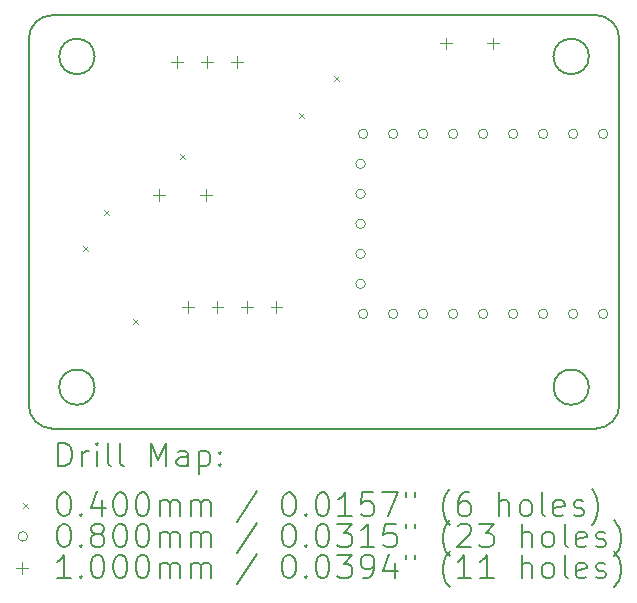
<source format=gbr>
%TF.GenerationSoftware,KiCad,Pcbnew,8.0.6*%
%TF.CreationDate,2024-12-13T00:51:44+01:00*%
%TF.ProjectId,ps2-tatacon-rp2040,7073322d-7461-4746-9163-6f6e2d727032,rev?*%
%TF.SameCoordinates,Original*%
%TF.FileFunction,Drillmap*%
%TF.FilePolarity,Positive*%
%FSLAX45Y45*%
G04 Gerber Fmt 4.5, Leading zero omitted, Abs format (unit mm)*
G04 Created by KiCad (PCBNEW 8.0.6) date 2024-12-13 00:51:44*
%MOMM*%
%LPD*%
G01*
G04 APERTURE LIST*
%ADD10C,0.200000*%
%ADD11C,0.100000*%
G04 APERTURE END LIST*
D10*
X2767500Y-2595000D02*
G75*
G02*
X2967500Y-2395000I200000J0D01*
G01*
X2967500Y-2395000D02*
X7567500Y-2395000D01*
X7767500Y-2595000D02*
X7767500Y-5695000D01*
X7567500Y-5895000D02*
X2967500Y-5895000D01*
X7767500Y-5695000D02*
G75*
G02*
X7567500Y-5895000I-200000J0D01*
G01*
X7567500Y-2395000D02*
G75*
G02*
X7767500Y-2595000I0J-200000D01*
G01*
X2967500Y-5895000D02*
G75*
G02*
X2767500Y-5695000I0J200000D01*
G01*
X2767500Y-5695000D02*
X2767500Y-2595000D01*
X7510000Y-5545000D02*
G75*
G02*
X7210000Y-5545000I-150000J0D01*
G01*
X7210000Y-5545000D02*
G75*
G02*
X7510000Y-5545000I150000J0D01*
G01*
X7510000Y-2745000D02*
G75*
G02*
X7210000Y-2745000I-150000J0D01*
G01*
X7210000Y-2745000D02*
G75*
G02*
X7510000Y-2745000I150000J0D01*
G01*
X3325000Y-5545000D02*
G75*
G02*
X3025000Y-5545000I-150000J0D01*
G01*
X3025000Y-5545000D02*
G75*
G02*
X3325000Y-5545000I150000J0D01*
G01*
X3325000Y-2745000D02*
G75*
G02*
X3025000Y-2745000I-150000J0D01*
G01*
X3025000Y-2745000D02*
G75*
G02*
X3325000Y-2745000I150000J0D01*
G01*
D11*
X3228750Y-4350000D02*
X3268750Y-4390000D01*
X3268750Y-4350000D02*
X3228750Y-4390000D01*
X3406250Y-4045000D02*
X3446250Y-4085000D01*
X3446250Y-4045000D02*
X3406250Y-4085000D01*
X3651250Y-4970000D02*
X3691250Y-5010000D01*
X3691250Y-4970000D02*
X3651250Y-5010000D01*
X4050000Y-3575000D02*
X4090000Y-3615000D01*
X4090000Y-3575000D02*
X4050000Y-3615000D01*
X5055000Y-3222500D02*
X5095000Y-3262500D01*
X5095000Y-3222500D02*
X5055000Y-3262500D01*
X5355000Y-2910000D02*
X5395000Y-2950000D01*
X5395000Y-2910000D02*
X5355000Y-2950000D01*
X5617000Y-3654000D02*
G75*
G02*
X5537000Y-3654000I-40000J0D01*
G01*
X5537000Y-3654000D02*
G75*
G02*
X5617000Y-3654000I40000J0D01*
G01*
X5617000Y-3908000D02*
G75*
G02*
X5537000Y-3908000I-40000J0D01*
G01*
X5537000Y-3908000D02*
G75*
G02*
X5617000Y-3908000I40000J0D01*
G01*
X5617000Y-4162000D02*
G75*
G02*
X5537000Y-4162000I-40000J0D01*
G01*
X5537000Y-4162000D02*
G75*
G02*
X5617000Y-4162000I40000J0D01*
G01*
X5617000Y-4416000D02*
G75*
G02*
X5537000Y-4416000I-40000J0D01*
G01*
X5537000Y-4416000D02*
G75*
G02*
X5617000Y-4416000I40000J0D01*
G01*
X5617000Y-4670000D02*
G75*
G02*
X5537000Y-4670000I-40000J0D01*
G01*
X5537000Y-4670000D02*
G75*
G02*
X5617000Y-4670000I40000J0D01*
G01*
X5638000Y-3400000D02*
G75*
G02*
X5558000Y-3400000I-40000J0D01*
G01*
X5558000Y-3400000D02*
G75*
G02*
X5638000Y-3400000I40000J0D01*
G01*
X5638000Y-4924000D02*
G75*
G02*
X5558000Y-4924000I-40000J0D01*
G01*
X5558000Y-4924000D02*
G75*
G02*
X5638000Y-4924000I40000J0D01*
G01*
X5892000Y-3400000D02*
G75*
G02*
X5812000Y-3400000I-40000J0D01*
G01*
X5812000Y-3400000D02*
G75*
G02*
X5892000Y-3400000I40000J0D01*
G01*
X5892000Y-4924000D02*
G75*
G02*
X5812000Y-4924000I-40000J0D01*
G01*
X5812000Y-4924000D02*
G75*
G02*
X5892000Y-4924000I40000J0D01*
G01*
X6146000Y-3400000D02*
G75*
G02*
X6066000Y-3400000I-40000J0D01*
G01*
X6066000Y-3400000D02*
G75*
G02*
X6146000Y-3400000I40000J0D01*
G01*
X6146000Y-4924000D02*
G75*
G02*
X6066000Y-4924000I-40000J0D01*
G01*
X6066000Y-4924000D02*
G75*
G02*
X6146000Y-4924000I40000J0D01*
G01*
X6400000Y-3400000D02*
G75*
G02*
X6320000Y-3400000I-40000J0D01*
G01*
X6320000Y-3400000D02*
G75*
G02*
X6400000Y-3400000I40000J0D01*
G01*
X6400000Y-4924000D02*
G75*
G02*
X6320000Y-4924000I-40000J0D01*
G01*
X6320000Y-4924000D02*
G75*
G02*
X6400000Y-4924000I40000J0D01*
G01*
X6654000Y-3400000D02*
G75*
G02*
X6574000Y-3400000I-40000J0D01*
G01*
X6574000Y-3400000D02*
G75*
G02*
X6654000Y-3400000I40000J0D01*
G01*
X6654000Y-4924000D02*
G75*
G02*
X6574000Y-4924000I-40000J0D01*
G01*
X6574000Y-4924000D02*
G75*
G02*
X6654000Y-4924000I40000J0D01*
G01*
X6908000Y-3400000D02*
G75*
G02*
X6828000Y-3400000I-40000J0D01*
G01*
X6828000Y-3400000D02*
G75*
G02*
X6908000Y-3400000I40000J0D01*
G01*
X6908000Y-4924000D02*
G75*
G02*
X6828000Y-4924000I-40000J0D01*
G01*
X6828000Y-4924000D02*
G75*
G02*
X6908000Y-4924000I40000J0D01*
G01*
X7162000Y-3400000D02*
G75*
G02*
X7082000Y-3400000I-40000J0D01*
G01*
X7082000Y-3400000D02*
G75*
G02*
X7162000Y-3400000I40000J0D01*
G01*
X7162000Y-4924000D02*
G75*
G02*
X7082000Y-4924000I-40000J0D01*
G01*
X7082000Y-4924000D02*
G75*
G02*
X7162000Y-4924000I40000J0D01*
G01*
X7416000Y-3400000D02*
G75*
G02*
X7336000Y-3400000I-40000J0D01*
G01*
X7336000Y-3400000D02*
G75*
G02*
X7416000Y-3400000I40000J0D01*
G01*
X7416000Y-4924000D02*
G75*
G02*
X7336000Y-4924000I-40000J0D01*
G01*
X7336000Y-4924000D02*
G75*
G02*
X7416000Y-4924000I40000J0D01*
G01*
X7670000Y-3400000D02*
G75*
G02*
X7590000Y-3400000I-40000J0D01*
G01*
X7590000Y-3400000D02*
G75*
G02*
X7670000Y-3400000I40000J0D01*
G01*
X7670000Y-4924000D02*
G75*
G02*
X7590000Y-4924000I-40000J0D01*
G01*
X7590000Y-4924000D02*
G75*
G02*
X7670000Y-4924000I40000J0D01*
G01*
X3870000Y-3870000D02*
X3870000Y-3970000D01*
X3820000Y-3920000D02*
X3920000Y-3920000D01*
X4022000Y-2740000D02*
X4022000Y-2840000D01*
X3972000Y-2790000D02*
X4072000Y-2790000D01*
X4115000Y-4815000D02*
X4115000Y-4915000D01*
X4065000Y-4865000D02*
X4165000Y-4865000D01*
X4270000Y-3870000D02*
X4270000Y-3970000D01*
X4220000Y-3920000D02*
X4320000Y-3920000D01*
X4276000Y-2740000D02*
X4276000Y-2840000D01*
X4226000Y-2790000D02*
X4326000Y-2790000D01*
X4365000Y-4815000D02*
X4365000Y-4915000D01*
X4315000Y-4865000D02*
X4415000Y-4865000D01*
X4530000Y-2740000D02*
X4530000Y-2840000D01*
X4480000Y-2790000D02*
X4580000Y-2790000D01*
X4615000Y-4815000D02*
X4615000Y-4915000D01*
X4565000Y-4865000D02*
X4665000Y-4865000D01*
X4865000Y-4815000D02*
X4865000Y-4915000D01*
X4815000Y-4865000D02*
X4915000Y-4865000D01*
X6300000Y-2585000D02*
X6300000Y-2685000D01*
X6250000Y-2635000D02*
X6350000Y-2635000D01*
X6700000Y-2585000D02*
X6700000Y-2685000D01*
X6650000Y-2635000D02*
X6750000Y-2635000D01*
D10*
X3018277Y-6216484D02*
X3018277Y-6016484D01*
X3018277Y-6016484D02*
X3065896Y-6016484D01*
X3065896Y-6016484D02*
X3094467Y-6026008D01*
X3094467Y-6026008D02*
X3113515Y-6045055D01*
X3113515Y-6045055D02*
X3123039Y-6064103D01*
X3123039Y-6064103D02*
X3132562Y-6102198D01*
X3132562Y-6102198D02*
X3132562Y-6130769D01*
X3132562Y-6130769D02*
X3123039Y-6168865D01*
X3123039Y-6168865D02*
X3113515Y-6187912D01*
X3113515Y-6187912D02*
X3094467Y-6206960D01*
X3094467Y-6206960D02*
X3065896Y-6216484D01*
X3065896Y-6216484D02*
X3018277Y-6216484D01*
X3218277Y-6216484D02*
X3218277Y-6083150D01*
X3218277Y-6121246D02*
X3227801Y-6102198D01*
X3227801Y-6102198D02*
X3237324Y-6092674D01*
X3237324Y-6092674D02*
X3256372Y-6083150D01*
X3256372Y-6083150D02*
X3275420Y-6083150D01*
X3342086Y-6216484D02*
X3342086Y-6083150D01*
X3342086Y-6016484D02*
X3332562Y-6026008D01*
X3332562Y-6026008D02*
X3342086Y-6035531D01*
X3342086Y-6035531D02*
X3351610Y-6026008D01*
X3351610Y-6026008D02*
X3342086Y-6016484D01*
X3342086Y-6016484D02*
X3342086Y-6035531D01*
X3465896Y-6216484D02*
X3446848Y-6206960D01*
X3446848Y-6206960D02*
X3437324Y-6187912D01*
X3437324Y-6187912D02*
X3437324Y-6016484D01*
X3570658Y-6216484D02*
X3551610Y-6206960D01*
X3551610Y-6206960D02*
X3542086Y-6187912D01*
X3542086Y-6187912D02*
X3542086Y-6016484D01*
X3799229Y-6216484D02*
X3799229Y-6016484D01*
X3799229Y-6016484D02*
X3865896Y-6159341D01*
X3865896Y-6159341D02*
X3932562Y-6016484D01*
X3932562Y-6016484D02*
X3932562Y-6216484D01*
X4113515Y-6216484D02*
X4113515Y-6111722D01*
X4113515Y-6111722D02*
X4103991Y-6092674D01*
X4103991Y-6092674D02*
X4084943Y-6083150D01*
X4084943Y-6083150D02*
X4046848Y-6083150D01*
X4046848Y-6083150D02*
X4027801Y-6092674D01*
X4113515Y-6206960D02*
X4094467Y-6216484D01*
X4094467Y-6216484D02*
X4046848Y-6216484D01*
X4046848Y-6216484D02*
X4027801Y-6206960D01*
X4027801Y-6206960D02*
X4018277Y-6187912D01*
X4018277Y-6187912D02*
X4018277Y-6168865D01*
X4018277Y-6168865D02*
X4027801Y-6149817D01*
X4027801Y-6149817D02*
X4046848Y-6140293D01*
X4046848Y-6140293D02*
X4094467Y-6140293D01*
X4094467Y-6140293D02*
X4113515Y-6130769D01*
X4208753Y-6083150D02*
X4208753Y-6283150D01*
X4208753Y-6092674D02*
X4227801Y-6083150D01*
X4227801Y-6083150D02*
X4265896Y-6083150D01*
X4265896Y-6083150D02*
X4284944Y-6092674D01*
X4284944Y-6092674D02*
X4294467Y-6102198D01*
X4294467Y-6102198D02*
X4303991Y-6121246D01*
X4303991Y-6121246D02*
X4303991Y-6178388D01*
X4303991Y-6178388D02*
X4294467Y-6197436D01*
X4294467Y-6197436D02*
X4284944Y-6206960D01*
X4284944Y-6206960D02*
X4265896Y-6216484D01*
X4265896Y-6216484D02*
X4227801Y-6216484D01*
X4227801Y-6216484D02*
X4208753Y-6206960D01*
X4389705Y-6197436D02*
X4399229Y-6206960D01*
X4399229Y-6206960D02*
X4389705Y-6216484D01*
X4389705Y-6216484D02*
X4380182Y-6206960D01*
X4380182Y-6206960D02*
X4389705Y-6197436D01*
X4389705Y-6197436D02*
X4389705Y-6216484D01*
X4389705Y-6092674D02*
X4399229Y-6102198D01*
X4399229Y-6102198D02*
X4389705Y-6111722D01*
X4389705Y-6111722D02*
X4380182Y-6102198D01*
X4380182Y-6102198D02*
X4389705Y-6092674D01*
X4389705Y-6092674D02*
X4389705Y-6111722D01*
D11*
X2717500Y-6525000D02*
X2757500Y-6565000D01*
X2757500Y-6525000D02*
X2717500Y-6565000D01*
D10*
X3056372Y-6436484D02*
X3075420Y-6436484D01*
X3075420Y-6436484D02*
X3094467Y-6446008D01*
X3094467Y-6446008D02*
X3103991Y-6455531D01*
X3103991Y-6455531D02*
X3113515Y-6474579D01*
X3113515Y-6474579D02*
X3123039Y-6512674D01*
X3123039Y-6512674D02*
X3123039Y-6560293D01*
X3123039Y-6560293D02*
X3113515Y-6598388D01*
X3113515Y-6598388D02*
X3103991Y-6617436D01*
X3103991Y-6617436D02*
X3094467Y-6626960D01*
X3094467Y-6626960D02*
X3075420Y-6636484D01*
X3075420Y-6636484D02*
X3056372Y-6636484D01*
X3056372Y-6636484D02*
X3037324Y-6626960D01*
X3037324Y-6626960D02*
X3027801Y-6617436D01*
X3027801Y-6617436D02*
X3018277Y-6598388D01*
X3018277Y-6598388D02*
X3008753Y-6560293D01*
X3008753Y-6560293D02*
X3008753Y-6512674D01*
X3008753Y-6512674D02*
X3018277Y-6474579D01*
X3018277Y-6474579D02*
X3027801Y-6455531D01*
X3027801Y-6455531D02*
X3037324Y-6446008D01*
X3037324Y-6446008D02*
X3056372Y-6436484D01*
X3208753Y-6617436D02*
X3218277Y-6626960D01*
X3218277Y-6626960D02*
X3208753Y-6636484D01*
X3208753Y-6636484D02*
X3199229Y-6626960D01*
X3199229Y-6626960D02*
X3208753Y-6617436D01*
X3208753Y-6617436D02*
X3208753Y-6636484D01*
X3389705Y-6503150D02*
X3389705Y-6636484D01*
X3342086Y-6426960D02*
X3294467Y-6569817D01*
X3294467Y-6569817D02*
X3418277Y-6569817D01*
X3532562Y-6436484D02*
X3551610Y-6436484D01*
X3551610Y-6436484D02*
X3570658Y-6446008D01*
X3570658Y-6446008D02*
X3580182Y-6455531D01*
X3580182Y-6455531D02*
X3589705Y-6474579D01*
X3589705Y-6474579D02*
X3599229Y-6512674D01*
X3599229Y-6512674D02*
X3599229Y-6560293D01*
X3599229Y-6560293D02*
X3589705Y-6598388D01*
X3589705Y-6598388D02*
X3580182Y-6617436D01*
X3580182Y-6617436D02*
X3570658Y-6626960D01*
X3570658Y-6626960D02*
X3551610Y-6636484D01*
X3551610Y-6636484D02*
X3532562Y-6636484D01*
X3532562Y-6636484D02*
X3513515Y-6626960D01*
X3513515Y-6626960D02*
X3503991Y-6617436D01*
X3503991Y-6617436D02*
X3494467Y-6598388D01*
X3494467Y-6598388D02*
X3484943Y-6560293D01*
X3484943Y-6560293D02*
X3484943Y-6512674D01*
X3484943Y-6512674D02*
X3494467Y-6474579D01*
X3494467Y-6474579D02*
X3503991Y-6455531D01*
X3503991Y-6455531D02*
X3513515Y-6446008D01*
X3513515Y-6446008D02*
X3532562Y-6436484D01*
X3723039Y-6436484D02*
X3742086Y-6436484D01*
X3742086Y-6436484D02*
X3761134Y-6446008D01*
X3761134Y-6446008D02*
X3770658Y-6455531D01*
X3770658Y-6455531D02*
X3780182Y-6474579D01*
X3780182Y-6474579D02*
X3789705Y-6512674D01*
X3789705Y-6512674D02*
X3789705Y-6560293D01*
X3789705Y-6560293D02*
X3780182Y-6598388D01*
X3780182Y-6598388D02*
X3770658Y-6617436D01*
X3770658Y-6617436D02*
X3761134Y-6626960D01*
X3761134Y-6626960D02*
X3742086Y-6636484D01*
X3742086Y-6636484D02*
X3723039Y-6636484D01*
X3723039Y-6636484D02*
X3703991Y-6626960D01*
X3703991Y-6626960D02*
X3694467Y-6617436D01*
X3694467Y-6617436D02*
X3684943Y-6598388D01*
X3684943Y-6598388D02*
X3675420Y-6560293D01*
X3675420Y-6560293D02*
X3675420Y-6512674D01*
X3675420Y-6512674D02*
X3684943Y-6474579D01*
X3684943Y-6474579D02*
X3694467Y-6455531D01*
X3694467Y-6455531D02*
X3703991Y-6446008D01*
X3703991Y-6446008D02*
X3723039Y-6436484D01*
X3875420Y-6636484D02*
X3875420Y-6503150D01*
X3875420Y-6522198D02*
X3884943Y-6512674D01*
X3884943Y-6512674D02*
X3903991Y-6503150D01*
X3903991Y-6503150D02*
X3932563Y-6503150D01*
X3932563Y-6503150D02*
X3951610Y-6512674D01*
X3951610Y-6512674D02*
X3961134Y-6531722D01*
X3961134Y-6531722D02*
X3961134Y-6636484D01*
X3961134Y-6531722D02*
X3970658Y-6512674D01*
X3970658Y-6512674D02*
X3989705Y-6503150D01*
X3989705Y-6503150D02*
X4018277Y-6503150D01*
X4018277Y-6503150D02*
X4037324Y-6512674D01*
X4037324Y-6512674D02*
X4046848Y-6531722D01*
X4046848Y-6531722D02*
X4046848Y-6636484D01*
X4142086Y-6636484D02*
X4142086Y-6503150D01*
X4142086Y-6522198D02*
X4151610Y-6512674D01*
X4151610Y-6512674D02*
X4170658Y-6503150D01*
X4170658Y-6503150D02*
X4199229Y-6503150D01*
X4199229Y-6503150D02*
X4218277Y-6512674D01*
X4218277Y-6512674D02*
X4227801Y-6531722D01*
X4227801Y-6531722D02*
X4227801Y-6636484D01*
X4227801Y-6531722D02*
X4237325Y-6512674D01*
X4237325Y-6512674D02*
X4256372Y-6503150D01*
X4256372Y-6503150D02*
X4284944Y-6503150D01*
X4284944Y-6503150D02*
X4303991Y-6512674D01*
X4303991Y-6512674D02*
X4313515Y-6531722D01*
X4313515Y-6531722D02*
X4313515Y-6636484D01*
X4703991Y-6426960D02*
X4532563Y-6684103D01*
X4961134Y-6436484D02*
X4980182Y-6436484D01*
X4980182Y-6436484D02*
X4999229Y-6446008D01*
X4999229Y-6446008D02*
X5008753Y-6455531D01*
X5008753Y-6455531D02*
X5018277Y-6474579D01*
X5018277Y-6474579D02*
X5027801Y-6512674D01*
X5027801Y-6512674D02*
X5027801Y-6560293D01*
X5027801Y-6560293D02*
X5018277Y-6598388D01*
X5018277Y-6598388D02*
X5008753Y-6617436D01*
X5008753Y-6617436D02*
X4999229Y-6626960D01*
X4999229Y-6626960D02*
X4980182Y-6636484D01*
X4980182Y-6636484D02*
X4961134Y-6636484D01*
X4961134Y-6636484D02*
X4942087Y-6626960D01*
X4942087Y-6626960D02*
X4932563Y-6617436D01*
X4932563Y-6617436D02*
X4923039Y-6598388D01*
X4923039Y-6598388D02*
X4913515Y-6560293D01*
X4913515Y-6560293D02*
X4913515Y-6512674D01*
X4913515Y-6512674D02*
X4923039Y-6474579D01*
X4923039Y-6474579D02*
X4932563Y-6455531D01*
X4932563Y-6455531D02*
X4942087Y-6446008D01*
X4942087Y-6446008D02*
X4961134Y-6436484D01*
X5113515Y-6617436D02*
X5123039Y-6626960D01*
X5123039Y-6626960D02*
X5113515Y-6636484D01*
X5113515Y-6636484D02*
X5103991Y-6626960D01*
X5103991Y-6626960D02*
X5113515Y-6617436D01*
X5113515Y-6617436D02*
X5113515Y-6636484D01*
X5246848Y-6436484D02*
X5265896Y-6436484D01*
X5265896Y-6436484D02*
X5284944Y-6446008D01*
X5284944Y-6446008D02*
X5294468Y-6455531D01*
X5294468Y-6455531D02*
X5303991Y-6474579D01*
X5303991Y-6474579D02*
X5313515Y-6512674D01*
X5313515Y-6512674D02*
X5313515Y-6560293D01*
X5313515Y-6560293D02*
X5303991Y-6598388D01*
X5303991Y-6598388D02*
X5294468Y-6617436D01*
X5294468Y-6617436D02*
X5284944Y-6626960D01*
X5284944Y-6626960D02*
X5265896Y-6636484D01*
X5265896Y-6636484D02*
X5246848Y-6636484D01*
X5246848Y-6636484D02*
X5227801Y-6626960D01*
X5227801Y-6626960D02*
X5218277Y-6617436D01*
X5218277Y-6617436D02*
X5208753Y-6598388D01*
X5208753Y-6598388D02*
X5199229Y-6560293D01*
X5199229Y-6560293D02*
X5199229Y-6512674D01*
X5199229Y-6512674D02*
X5208753Y-6474579D01*
X5208753Y-6474579D02*
X5218277Y-6455531D01*
X5218277Y-6455531D02*
X5227801Y-6446008D01*
X5227801Y-6446008D02*
X5246848Y-6436484D01*
X5503991Y-6636484D02*
X5389706Y-6636484D01*
X5446848Y-6636484D02*
X5446848Y-6436484D01*
X5446848Y-6436484D02*
X5427801Y-6465055D01*
X5427801Y-6465055D02*
X5408753Y-6484103D01*
X5408753Y-6484103D02*
X5389706Y-6493627D01*
X5684944Y-6436484D02*
X5589706Y-6436484D01*
X5589706Y-6436484D02*
X5580182Y-6531722D01*
X5580182Y-6531722D02*
X5589706Y-6522198D01*
X5589706Y-6522198D02*
X5608753Y-6512674D01*
X5608753Y-6512674D02*
X5656372Y-6512674D01*
X5656372Y-6512674D02*
X5675420Y-6522198D01*
X5675420Y-6522198D02*
X5684944Y-6531722D01*
X5684944Y-6531722D02*
X5694467Y-6550769D01*
X5694467Y-6550769D02*
X5694467Y-6598388D01*
X5694467Y-6598388D02*
X5684944Y-6617436D01*
X5684944Y-6617436D02*
X5675420Y-6626960D01*
X5675420Y-6626960D02*
X5656372Y-6636484D01*
X5656372Y-6636484D02*
X5608753Y-6636484D01*
X5608753Y-6636484D02*
X5589706Y-6626960D01*
X5589706Y-6626960D02*
X5580182Y-6617436D01*
X5761134Y-6436484D02*
X5894467Y-6436484D01*
X5894467Y-6436484D02*
X5808753Y-6636484D01*
X5961134Y-6436484D02*
X5961134Y-6474579D01*
X6037325Y-6436484D02*
X6037325Y-6474579D01*
X6332563Y-6712674D02*
X6323039Y-6703150D01*
X6323039Y-6703150D02*
X6303991Y-6674579D01*
X6303991Y-6674579D02*
X6294468Y-6655531D01*
X6294468Y-6655531D02*
X6284944Y-6626960D01*
X6284944Y-6626960D02*
X6275420Y-6579341D01*
X6275420Y-6579341D02*
X6275420Y-6541246D01*
X6275420Y-6541246D02*
X6284944Y-6493627D01*
X6284944Y-6493627D02*
X6294468Y-6465055D01*
X6294468Y-6465055D02*
X6303991Y-6446008D01*
X6303991Y-6446008D02*
X6323039Y-6417436D01*
X6323039Y-6417436D02*
X6332563Y-6407912D01*
X6494468Y-6436484D02*
X6456372Y-6436484D01*
X6456372Y-6436484D02*
X6437325Y-6446008D01*
X6437325Y-6446008D02*
X6427801Y-6455531D01*
X6427801Y-6455531D02*
X6408753Y-6484103D01*
X6408753Y-6484103D02*
X6399229Y-6522198D01*
X6399229Y-6522198D02*
X6399229Y-6598388D01*
X6399229Y-6598388D02*
X6408753Y-6617436D01*
X6408753Y-6617436D02*
X6418277Y-6626960D01*
X6418277Y-6626960D02*
X6437325Y-6636484D01*
X6437325Y-6636484D02*
X6475420Y-6636484D01*
X6475420Y-6636484D02*
X6494468Y-6626960D01*
X6494468Y-6626960D02*
X6503991Y-6617436D01*
X6503991Y-6617436D02*
X6513515Y-6598388D01*
X6513515Y-6598388D02*
X6513515Y-6550769D01*
X6513515Y-6550769D02*
X6503991Y-6531722D01*
X6503991Y-6531722D02*
X6494468Y-6522198D01*
X6494468Y-6522198D02*
X6475420Y-6512674D01*
X6475420Y-6512674D02*
X6437325Y-6512674D01*
X6437325Y-6512674D02*
X6418277Y-6522198D01*
X6418277Y-6522198D02*
X6408753Y-6531722D01*
X6408753Y-6531722D02*
X6399229Y-6550769D01*
X6751610Y-6636484D02*
X6751610Y-6436484D01*
X6837325Y-6636484D02*
X6837325Y-6531722D01*
X6837325Y-6531722D02*
X6827801Y-6512674D01*
X6827801Y-6512674D02*
X6808753Y-6503150D01*
X6808753Y-6503150D02*
X6780182Y-6503150D01*
X6780182Y-6503150D02*
X6761134Y-6512674D01*
X6761134Y-6512674D02*
X6751610Y-6522198D01*
X6961134Y-6636484D02*
X6942087Y-6626960D01*
X6942087Y-6626960D02*
X6932563Y-6617436D01*
X6932563Y-6617436D02*
X6923039Y-6598388D01*
X6923039Y-6598388D02*
X6923039Y-6541246D01*
X6923039Y-6541246D02*
X6932563Y-6522198D01*
X6932563Y-6522198D02*
X6942087Y-6512674D01*
X6942087Y-6512674D02*
X6961134Y-6503150D01*
X6961134Y-6503150D02*
X6989706Y-6503150D01*
X6989706Y-6503150D02*
X7008753Y-6512674D01*
X7008753Y-6512674D02*
X7018277Y-6522198D01*
X7018277Y-6522198D02*
X7027801Y-6541246D01*
X7027801Y-6541246D02*
X7027801Y-6598388D01*
X7027801Y-6598388D02*
X7018277Y-6617436D01*
X7018277Y-6617436D02*
X7008753Y-6626960D01*
X7008753Y-6626960D02*
X6989706Y-6636484D01*
X6989706Y-6636484D02*
X6961134Y-6636484D01*
X7142087Y-6636484D02*
X7123039Y-6626960D01*
X7123039Y-6626960D02*
X7113515Y-6607912D01*
X7113515Y-6607912D02*
X7113515Y-6436484D01*
X7294468Y-6626960D02*
X7275420Y-6636484D01*
X7275420Y-6636484D02*
X7237325Y-6636484D01*
X7237325Y-6636484D02*
X7218277Y-6626960D01*
X7218277Y-6626960D02*
X7208753Y-6607912D01*
X7208753Y-6607912D02*
X7208753Y-6531722D01*
X7208753Y-6531722D02*
X7218277Y-6512674D01*
X7218277Y-6512674D02*
X7237325Y-6503150D01*
X7237325Y-6503150D02*
X7275420Y-6503150D01*
X7275420Y-6503150D02*
X7294468Y-6512674D01*
X7294468Y-6512674D02*
X7303991Y-6531722D01*
X7303991Y-6531722D02*
X7303991Y-6550769D01*
X7303991Y-6550769D02*
X7208753Y-6569817D01*
X7380182Y-6626960D02*
X7399230Y-6636484D01*
X7399230Y-6636484D02*
X7437325Y-6636484D01*
X7437325Y-6636484D02*
X7456372Y-6626960D01*
X7456372Y-6626960D02*
X7465896Y-6607912D01*
X7465896Y-6607912D02*
X7465896Y-6598388D01*
X7465896Y-6598388D02*
X7456372Y-6579341D01*
X7456372Y-6579341D02*
X7437325Y-6569817D01*
X7437325Y-6569817D02*
X7408753Y-6569817D01*
X7408753Y-6569817D02*
X7389706Y-6560293D01*
X7389706Y-6560293D02*
X7380182Y-6541246D01*
X7380182Y-6541246D02*
X7380182Y-6531722D01*
X7380182Y-6531722D02*
X7389706Y-6512674D01*
X7389706Y-6512674D02*
X7408753Y-6503150D01*
X7408753Y-6503150D02*
X7437325Y-6503150D01*
X7437325Y-6503150D02*
X7456372Y-6512674D01*
X7532563Y-6712674D02*
X7542087Y-6703150D01*
X7542087Y-6703150D02*
X7561134Y-6674579D01*
X7561134Y-6674579D02*
X7570658Y-6655531D01*
X7570658Y-6655531D02*
X7580182Y-6626960D01*
X7580182Y-6626960D02*
X7589706Y-6579341D01*
X7589706Y-6579341D02*
X7589706Y-6541246D01*
X7589706Y-6541246D02*
X7580182Y-6493627D01*
X7580182Y-6493627D02*
X7570658Y-6465055D01*
X7570658Y-6465055D02*
X7561134Y-6446008D01*
X7561134Y-6446008D02*
X7542087Y-6417436D01*
X7542087Y-6417436D02*
X7532563Y-6407912D01*
D11*
X2757500Y-6809000D02*
G75*
G02*
X2677500Y-6809000I-40000J0D01*
G01*
X2677500Y-6809000D02*
G75*
G02*
X2757500Y-6809000I40000J0D01*
G01*
D10*
X3056372Y-6700484D02*
X3075420Y-6700484D01*
X3075420Y-6700484D02*
X3094467Y-6710008D01*
X3094467Y-6710008D02*
X3103991Y-6719531D01*
X3103991Y-6719531D02*
X3113515Y-6738579D01*
X3113515Y-6738579D02*
X3123039Y-6776674D01*
X3123039Y-6776674D02*
X3123039Y-6824293D01*
X3123039Y-6824293D02*
X3113515Y-6862388D01*
X3113515Y-6862388D02*
X3103991Y-6881436D01*
X3103991Y-6881436D02*
X3094467Y-6890960D01*
X3094467Y-6890960D02*
X3075420Y-6900484D01*
X3075420Y-6900484D02*
X3056372Y-6900484D01*
X3056372Y-6900484D02*
X3037324Y-6890960D01*
X3037324Y-6890960D02*
X3027801Y-6881436D01*
X3027801Y-6881436D02*
X3018277Y-6862388D01*
X3018277Y-6862388D02*
X3008753Y-6824293D01*
X3008753Y-6824293D02*
X3008753Y-6776674D01*
X3008753Y-6776674D02*
X3018277Y-6738579D01*
X3018277Y-6738579D02*
X3027801Y-6719531D01*
X3027801Y-6719531D02*
X3037324Y-6710008D01*
X3037324Y-6710008D02*
X3056372Y-6700484D01*
X3208753Y-6881436D02*
X3218277Y-6890960D01*
X3218277Y-6890960D02*
X3208753Y-6900484D01*
X3208753Y-6900484D02*
X3199229Y-6890960D01*
X3199229Y-6890960D02*
X3208753Y-6881436D01*
X3208753Y-6881436D02*
X3208753Y-6900484D01*
X3332562Y-6786198D02*
X3313515Y-6776674D01*
X3313515Y-6776674D02*
X3303991Y-6767150D01*
X3303991Y-6767150D02*
X3294467Y-6748103D01*
X3294467Y-6748103D02*
X3294467Y-6738579D01*
X3294467Y-6738579D02*
X3303991Y-6719531D01*
X3303991Y-6719531D02*
X3313515Y-6710008D01*
X3313515Y-6710008D02*
X3332562Y-6700484D01*
X3332562Y-6700484D02*
X3370658Y-6700484D01*
X3370658Y-6700484D02*
X3389705Y-6710008D01*
X3389705Y-6710008D02*
X3399229Y-6719531D01*
X3399229Y-6719531D02*
X3408753Y-6738579D01*
X3408753Y-6738579D02*
X3408753Y-6748103D01*
X3408753Y-6748103D02*
X3399229Y-6767150D01*
X3399229Y-6767150D02*
X3389705Y-6776674D01*
X3389705Y-6776674D02*
X3370658Y-6786198D01*
X3370658Y-6786198D02*
X3332562Y-6786198D01*
X3332562Y-6786198D02*
X3313515Y-6795722D01*
X3313515Y-6795722D02*
X3303991Y-6805246D01*
X3303991Y-6805246D02*
X3294467Y-6824293D01*
X3294467Y-6824293D02*
X3294467Y-6862388D01*
X3294467Y-6862388D02*
X3303991Y-6881436D01*
X3303991Y-6881436D02*
X3313515Y-6890960D01*
X3313515Y-6890960D02*
X3332562Y-6900484D01*
X3332562Y-6900484D02*
X3370658Y-6900484D01*
X3370658Y-6900484D02*
X3389705Y-6890960D01*
X3389705Y-6890960D02*
X3399229Y-6881436D01*
X3399229Y-6881436D02*
X3408753Y-6862388D01*
X3408753Y-6862388D02*
X3408753Y-6824293D01*
X3408753Y-6824293D02*
X3399229Y-6805246D01*
X3399229Y-6805246D02*
X3389705Y-6795722D01*
X3389705Y-6795722D02*
X3370658Y-6786198D01*
X3532562Y-6700484D02*
X3551610Y-6700484D01*
X3551610Y-6700484D02*
X3570658Y-6710008D01*
X3570658Y-6710008D02*
X3580182Y-6719531D01*
X3580182Y-6719531D02*
X3589705Y-6738579D01*
X3589705Y-6738579D02*
X3599229Y-6776674D01*
X3599229Y-6776674D02*
X3599229Y-6824293D01*
X3599229Y-6824293D02*
X3589705Y-6862388D01*
X3589705Y-6862388D02*
X3580182Y-6881436D01*
X3580182Y-6881436D02*
X3570658Y-6890960D01*
X3570658Y-6890960D02*
X3551610Y-6900484D01*
X3551610Y-6900484D02*
X3532562Y-6900484D01*
X3532562Y-6900484D02*
X3513515Y-6890960D01*
X3513515Y-6890960D02*
X3503991Y-6881436D01*
X3503991Y-6881436D02*
X3494467Y-6862388D01*
X3494467Y-6862388D02*
X3484943Y-6824293D01*
X3484943Y-6824293D02*
X3484943Y-6776674D01*
X3484943Y-6776674D02*
X3494467Y-6738579D01*
X3494467Y-6738579D02*
X3503991Y-6719531D01*
X3503991Y-6719531D02*
X3513515Y-6710008D01*
X3513515Y-6710008D02*
X3532562Y-6700484D01*
X3723039Y-6700484D02*
X3742086Y-6700484D01*
X3742086Y-6700484D02*
X3761134Y-6710008D01*
X3761134Y-6710008D02*
X3770658Y-6719531D01*
X3770658Y-6719531D02*
X3780182Y-6738579D01*
X3780182Y-6738579D02*
X3789705Y-6776674D01*
X3789705Y-6776674D02*
X3789705Y-6824293D01*
X3789705Y-6824293D02*
X3780182Y-6862388D01*
X3780182Y-6862388D02*
X3770658Y-6881436D01*
X3770658Y-6881436D02*
X3761134Y-6890960D01*
X3761134Y-6890960D02*
X3742086Y-6900484D01*
X3742086Y-6900484D02*
X3723039Y-6900484D01*
X3723039Y-6900484D02*
X3703991Y-6890960D01*
X3703991Y-6890960D02*
X3694467Y-6881436D01*
X3694467Y-6881436D02*
X3684943Y-6862388D01*
X3684943Y-6862388D02*
X3675420Y-6824293D01*
X3675420Y-6824293D02*
X3675420Y-6776674D01*
X3675420Y-6776674D02*
X3684943Y-6738579D01*
X3684943Y-6738579D02*
X3694467Y-6719531D01*
X3694467Y-6719531D02*
X3703991Y-6710008D01*
X3703991Y-6710008D02*
X3723039Y-6700484D01*
X3875420Y-6900484D02*
X3875420Y-6767150D01*
X3875420Y-6786198D02*
X3884943Y-6776674D01*
X3884943Y-6776674D02*
X3903991Y-6767150D01*
X3903991Y-6767150D02*
X3932563Y-6767150D01*
X3932563Y-6767150D02*
X3951610Y-6776674D01*
X3951610Y-6776674D02*
X3961134Y-6795722D01*
X3961134Y-6795722D02*
X3961134Y-6900484D01*
X3961134Y-6795722D02*
X3970658Y-6776674D01*
X3970658Y-6776674D02*
X3989705Y-6767150D01*
X3989705Y-6767150D02*
X4018277Y-6767150D01*
X4018277Y-6767150D02*
X4037324Y-6776674D01*
X4037324Y-6776674D02*
X4046848Y-6795722D01*
X4046848Y-6795722D02*
X4046848Y-6900484D01*
X4142086Y-6900484D02*
X4142086Y-6767150D01*
X4142086Y-6786198D02*
X4151610Y-6776674D01*
X4151610Y-6776674D02*
X4170658Y-6767150D01*
X4170658Y-6767150D02*
X4199229Y-6767150D01*
X4199229Y-6767150D02*
X4218277Y-6776674D01*
X4218277Y-6776674D02*
X4227801Y-6795722D01*
X4227801Y-6795722D02*
X4227801Y-6900484D01*
X4227801Y-6795722D02*
X4237325Y-6776674D01*
X4237325Y-6776674D02*
X4256372Y-6767150D01*
X4256372Y-6767150D02*
X4284944Y-6767150D01*
X4284944Y-6767150D02*
X4303991Y-6776674D01*
X4303991Y-6776674D02*
X4313515Y-6795722D01*
X4313515Y-6795722D02*
X4313515Y-6900484D01*
X4703991Y-6690960D02*
X4532563Y-6948103D01*
X4961134Y-6700484D02*
X4980182Y-6700484D01*
X4980182Y-6700484D02*
X4999229Y-6710008D01*
X4999229Y-6710008D02*
X5008753Y-6719531D01*
X5008753Y-6719531D02*
X5018277Y-6738579D01*
X5018277Y-6738579D02*
X5027801Y-6776674D01*
X5027801Y-6776674D02*
X5027801Y-6824293D01*
X5027801Y-6824293D02*
X5018277Y-6862388D01*
X5018277Y-6862388D02*
X5008753Y-6881436D01*
X5008753Y-6881436D02*
X4999229Y-6890960D01*
X4999229Y-6890960D02*
X4980182Y-6900484D01*
X4980182Y-6900484D02*
X4961134Y-6900484D01*
X4961134Y-6900484D02*
X4942087Y-6890960D01*
X4942087Y-6890960D02*
X4932563Y-6881436D01*
X4932563Y-6881436D02*
X4923039Y-6862388D01*
X4923039Y-6862388D02*
X4913515Y-6824293D01*
X4913515Y-6824293D02*
X4913515Y-6776674D01*
X4913515Y-6776674D02*
X4923039Y-6738579D01*
X4923039Y-6738579D02*
X4932563Y-6719531D01*
X4932563Y-6719531D02*
X4942087Y-6710008D01*
X4942087Y-6710008D02*
X4961134Y-6700484D01*
X5113515Y-6881436D02*
X5123039Y-6890960D01*
X5123039Y-6890960D02*
X5113515Y-6900484D01*
X5113515Y-6900484D02*
X5103991Y-6890960D01*
X5103991Y-6890960D02*
X5113515Y-6881436D01*
X5113515Y-6881436D02*
X5113515Y-6900484D01*
X5246848Y-6700484D02*
X5265896Y-6700484D01*
X5265896Y-6700484D02*
X5284944Y-6710008D01*
X5284944Y-6710008D02*
X5294468Y-6719531D01*
X5294468Y-6719531D02*
X5303991Y-6738579D01*
X5303991Y-6738579D02*
X5313515Y-6776674D01*
X5313515Y-6776674D02*
X5313515Y-6824293D01*
X5313515Y-6824293D02*
X5303991Y-6862388D01*
X5303991Y-6862388D02*
X5294468Y-6881436D01*
X5294468Y-6881436D02*
X5284944Y-6890960D01*
X5284944Y-6890960D02*
X5265896Y-6900484D01*
X5265896Y-6900484D02*
X5246848Y-6900484D01*
X5246848Y-6900484D02*
X5227801Y-6890960D01*
X5227801Y-6890960D02*
X5218277Y-6881436D01*
X5218277Y-6881436D02*
X5208753Y-6862388D01*
X5208753Y-6862388D02*
X5199229Y-6824293D01*
X5199229Y-6824293D02*
X5199229Y-6776674D01*
X5199229Y-6776674D02*
X5208753Y-6738579D01*
X5208753Y-6738579D02*
X5218277Y-6719531D01*
X5218277Y-6719531D02*
X5227801Y-6710008D01*
X5227801Y-6710008D02*
X5246848Y-6700484D01*
X5380182Y-6700484D02*
X5503991Y-6700484D01*
X5503991Y-6700484D02*
X5437325Y-6776674D01*
X5437325Y-6776674D02*
X5465896Y-6776674D01*
X5465896Y-6776674D02*
X5484944Y-6786198D01*
X5484944Y-6786198D02*
X5494468Y-6795722D01*
X5494468Y-6795722D02*
X5503991Y-6814769D01*
X5503991Y-6814769D02*
X5503991Y-6862388D01*
X5503991Y-6862388D02*
X5494468Y-6881436D01*
X5494468Y-6881436D02*
X5484944Y-6890960D01*
X5484944Y-6890960D02*
X5465896Y-6900484D01*
X5465896Y-6900484D02*
X5408753Y-6900484D01*
X5408753Y-6900484D02*
X5389706Y-6890960D01*
X5389706Y-6890960D02*
X5380182Y-6881436D01*
X5694467Y-6900484D02*
X5580182Y-6900484D01*
X5637325Y-6900484D02*
X5637325Y-6700484D01*
X5637325Y-6700484D02*
X5618277Y-6729055D01*
X5618277Y-6729055D02*
X5599229Y-6748103D01*
X5599229Y-6748103D02*
X5580182Y-6757627D01*
X5875420Y-6700484D02*
X5780182Y-6700484D01*
X5780182Y-6700484D02*
X5770658Y-6795722D01*
X5770658Y-6795722D02*
X5780182Y-6786198D01*
X5780182Y-6786198D02*
X5799229Y-6776674D01*
X5799229Y-6776674D02*
X5846848Y-6776674D01*
X5846848Y-6776674D02*
X5865896Y-6786198D01*
X5865896Y-6786198D02*
X5875420Y-6795722D01*
X5875420Y-6795722D02*
X5884944Y-6814769D01*
X5884944Y-6814769D02*
X5884944Y-6862388D01*
X5884944Y-6862388D02*
X5875420Y-6881436D01*
X5875420Y-6881436D02*
X5865896Y-6890960D01*
X5865896Y-6890960D02*
X5846848Y-6900484D01*
X5846848Y-6900484D02*
X5799229Y-6900484D01*
X5799229Y-6900484D02*
X5780182Y-6890960D01*
X5780182Y-6890960D02*
X5770658Y-6881436D01*
X5961134Y-6700484D02*
X5961134Y-6738579D01*
X6037325Y-6700484D02*
X6037325Y-6738579D01*
X6332563Y-6976674D02*
X6323039Y-6967150D01*
X6323039Y-6967150D02*
X6303991Y-6938579D01*
X6303991Y-6938579D02*
X6294468Y-6919531D01*
X6294468Y-6919531D02*
X6284944Y-6890960D01*
X6284944Y-6890960D02*
X6275420Y-6843341D01*
X6275420Y-6843341D02*
X6275420Y-6805246D01*
X6275420Y-6805246D02*
X6284944Y-6757627D01*
X6284944Y-6757627D02*
X6294468Y-6729055D01*
X6294468Y-6729055D02*
X6303991Y-6710008D01*
X6303991Y-6710008D02*
X6323039Y-6681436D01*
X6323039Y-6681436D02*
X6332563Y-6671912D01*
X6399229Y-6719531D02*
X6408753Y-6710008D01*
X6408753Y-6710008D02*
X6427801Y-6700484D01*
X6427801Y-6700484D02*
X6475420Y-6700484D01*
X6475420Y-6700484D02*
X6494468Y-6710008D01*
X6494468Y-6710008D02*
X6503991Y-6719531D01*
X6503991Y-6719531D02*
X6513515Y-6738579D01*
X6513515Y-6738579D02*
X6513515Y-6757627D01*
X6513515Y-6757627D02*
X6503991Y-6786198D01*
X6503991Y-6786198D02*
X6389706Y-6900484D01*
X6389706Y-6900484D02*
X6513515Y-6900484D01*
X6580182Y-6700484D02*
X6703991Y-6700484D01*
X6703991Y-6700484D02*
X6637325Y-6776674D01*
X6637325Y-6776674D02*
X6665896Y-6776674D01*
X6665896Y-6776674D02*
X6684944Y-6786198D01*
X6684944Y-6786198D02*
X6694468Y-6795722D01*
X6694468Y-6795722D02*
X6703991Y-6814769D01*
X6703991Y-6814769D02*
X6703991Y-6862388D01*
X6703991Y-6862388D02*
X6694468Y-6881436D01*
X6694468Y-6881436D02*
X6684944Y-6890960D01*
X6684944Y-6890960D02*
X6665896Y-6900484D01*
X6665896Y-6900484D02*
X6608753Y-6900484D01*
X6608753Y-6900484D02*
X6589706Y-6890960D01*
X6589706Y-6890960D02*
X6580182Y-6881436D01*
X6942087Y-6900484D02*
X6942087Y-6700484D01*
X7027801Y-6900484D02*
X7027801Y-6795722D01*
X7027801Y-6795722D02*
X7018277Y-6776674D01*
X7018277Y-6776674D02*
X6999230Y-6767150D01*
X6999230Y-6767150D02*
X6970658Y-6767150D01*
X6970658Y-6767150D02*
X6951610Y-6776674D01*
X6951610Y-6776674D02*
X6942087Y-6786198D01*
X7151610Y-6900484D02*
X7132563Y-6890960D01*
X7132563Y-6890960D02*
X7123039Y-6881436D01*
X7123039Y-6881436D02*
X7113515Y-6862388D01*
X7113515Y-6862388D02*
X7113515Y-6805246D01*
X7113515Y-6805246D02*
X7123039Y-6786198D01*
X7123039Y-6786198D02*
X7132563Y-6776674D01*
X7132563Y-6776674D02*
X7151610Y-6767150D01*
X7151610Y-6767150D02*
X7180182Y-6767150D01*
X7180182Y-6767150D02*
X7199230Y-6776674D01*
X7199230Y-6776674D02*
X7208753Y-6786198D01*
X7208753Y-6786198D02*
X7218277Y-6805246D01*
X7218277Y-6805246D02*
X7218277Y-6862388D01*
X7218277Y-6862388D02*
X7208753Y-6881436D01*
X7208753Y-6881436D02*
X7199230Y-6890960D01*
X7199230Y-6890960D02*
X7180182Y-6900484D01*
X7180182Y-6900484D02*
X7151610Y-6900484D01*
X7332563Y-6900484D02*
X7313515Y-6890960D01*
X7313515Y-6890960D02*
X7303991Y-6871912D01*
X7303991Y-6871912D02*
X7303991Y-6700484D01*
X7484944Y-6890960D02*
X7465896Y-6900484D01*
X7465896Y-6900484D02*
X7427801Y-6900484D01*
X7427801Y-6900484D02*
X7408753Y-6890960D01*
X7408753Y-6890960D02*
X7399230Y-6871912D01*
X7399230Y-6871912D02*
X7399230Y-6795722D01*
X7399230Y-6795722D02*
X7408753Y-6776674D01*
X7408753Y-6776674D02*
X7427801Y-6767150D01*
X7427801Y-6767150D02*
X7465896Y-6767150D01*
X7465896Y-6767150D02*
X7484944Y-6776674D01*
X7484944Y-6776674D02*
X7494468Y-6795722D01*
X7494468Y-6795722D02*
X7494468Y-6814769D01*
X7494468Y-6814769D02*
X7399230Y-6833817D01*
X7570658Y-6890960D02*
X7589706Y-6900484D01*
X7589706Y-6900484D02*
X7627801Y-6900484D01*
X7627801Y-6900484D02*
X7646849Y-6890960D01*
X7646849Y-6890960D02*
X7656372Y-6871912D01*
X7656372Y-6871912D02*
X7656372Y-6862388D01*
X7656372Y-6862388D02*
X7646849Y-6843341D01*
X7646849Y-6843341D02*
X7627801Y-6833817D01*
X7627801Y-6833817D02*
X7599230Y-6833817D01*
X7599230Y-6833817D02*
X7580182Y-6824293D01*
X7580182Y-6824293D02*
X7570658Y-6805246D01*
X7570658Y-6805246D02*
X7570658Y-6795722D01*
X7570658Y-6795722D02*
X7580182Y-6776674D01*
X7580182Y-6776674D02*
X7599230Y-6767150D01*
X7599230Y-6767150D02*
X7627801Y-6767150D01*
X7627801Y-6767150D02*
X7646849Y-6776674D01*
X7723039Y-6976674D02*
X7732563Y-6967150D01*
X7732563Y-6967150D02*
X7751611Y-6938579D01*
X7751611Y-6938579D02*
X7761134Y-6919531D01*
X7761134Y-6919531D02*
X7770658Y-6890960D01*
X7770658Y-6890960D02*
X7780182Y-6843341D01*
X7780182Y-6843341D02*
X7780182Y-6805246D01*
X7780182Y-6805246D02*
X7770658Y-6757627D01*
X7770658Y-6757627D02*
X7761134Y-6729055D01*
X7761134Y-6729055D02*
X7751611Y-6710008D01*
X7751611Y-6710008D02*
X7732563Y-6681436D01*
X7732563Y-6681436D02*
X7723039Y-6671912D01*
D11*
X2707500Y-7023000D02*
X2707500Y-7123000D01*
X2657500Y-7073000D02*
X2757500Y-7073000D01*
D10*
X3123039Y-7164484D02*
X3008753Y-7164484D01*
X3065896Y-7164484D02*
X3065896Y-6964484D01*
X3065896Y-6964484D02*
X3046848Y-6993055D01*
X3046848Y-6993055D02*
X3027801Y-7012103D01*
X3027801Y-7012103D02*
X3008753Y-7021627D01*
X3208753Y-7145436D02*
X3218277Y-7154960D01*
X3218277Y-7154960D02*
X3208753Y-7164484D01*
X3208753Y-7164484D02*
X3199229Y-7154960D01*
X3199229Y-7154960D02*
X3208753Y-7145436D01*
X3208753Y-7145436D02*
X3208753Y-7164484D01*
X3342086Y-6964484D02*
X3361134Y-6964484D01*
X3361134Y-6964484D02*
X3380182Y-6974008D01*
X3380182Y-6974008D02*
X3389705Y-6983531D01*
X3389705Y-6983531D02*
X3399229Y-7002579D01*
X3399229Y-7002579D02*
X3408753Y-7040674D01*
X3408753Y-7040674D02*
X3408753Y-7088293D01*
X3408753Y-7088293D02*
X3399229Y-7126388D01*
X3399229Y-7126388D02*
X3389705Y-7145436D01*
X3389705Y-7145436D02*
X3380182Y-7154960D01*
X3380182Y-7154960D02*
X3361134Y-7164484D01*
X3361134Y-7164484D02*
X3342086Y-7164484D01*
X3342086Y-7164484D02*
X3323039Y-7154960D01*
X3323039Y-7154960D02*
X3313515Y-7145436D01*
X3313515Y-7145436D02*
X3303991Y-7126388D01*
X3303991Y-7126388D02*
X3294467Y-7088293D01*
X3294467Y-7088293D02*
X3294467Y-7040674D01*
X3294467Y-7040674D02*
X3303991Y-7002579D01*
X3303991Y-7002579D02*
X3313515Y-6983531D01*
X3313515Y-6983531D02*
X3323039Y-6974008D01*
X3323039Y-6974008D02*
X3342086Y-6964484D01*
X3532562Y-6964484D02*
X3551610Y-6964484D01*
X3551610Y-6964484D02*
X3570658Y-6974008D01*
X3570658Y-6974008D02*
X3580182Y-6983531D01*
X3580182Y-6983531D02*
X3589705Y-7002579D01*
X3589705Y-7002579D02*
X3599229Y-7040674D01*
X3599229Y-7040674D02*
X3599229Y-7088293D01*
X3599229Y-7088293D02*
X3589705Y-7126388D01*
X3589705Y-7126388D02*
X3580182Y-7145436D01*
X3580182Y-7145436D02*
X3570658Y-7154960D01*
X3570658Y-7154960D02*
X3551610Y-7164484D01*
X3551610Y-7164484D02*
X3532562Y-7164484D01*
X3532562Y-7164484D02*
X3513515Y-7154960D01*
X3513515Y-7154960D02*
X3503991Y-7145436D01*
X3503991Y-7145436D02*
X3494467Y-7126388D01*
X3494467Y-7126388D02*
X3484943Y-7088293D01*
X3484943Y-7088293D02*
X3484943Y-7040674D01*
X3484943Y-7040674D02*
X3494467Y-7002579D01*
X3494467Y-7002579D02*
X3503991Y-6983531D01*
X3503991Y-6983531D02*
X3513515Y-6974008D01*
X3513515Y-6974008D02*
X3532562Y-6964484D01*
X3723039Y-6964484D02*
X3742086Y-6964484D01*
X3742086Y-6964484D02*
X3761134Y-6974008D01*
X3761134Y-6974008D02*
X3770658Y-6983531D01*
X3770658Y-6983531D02*
X3780182Y-7002579D01*
X3780182Y-7002579D02*
X3789705Y-7040674D01*
X3789705Y-7040674D02*
X3789705Y-7088293D01*
X3789705Y-7088293D02*
X3780182Y-7126388D01*
X3780182Y-7126388D02*
X3770658Y-7145436D01*
X3770658Y-7145436D02*
X3761134Y-7154960D01*
X3761134Y-7154960D02*
X3742086Y-7164484D01*
X3742086Y-7164484D02*
X3723039Y-7164484D01*
X3723039Y-7164484D02*
X3703991Y-7154960D01*
X3703991Y-7154960D02*
X3694467Y-7145436D01*
X3694467Y-7145436D02*
X3684943Y-7126388D01*
X3684943Y-7126388D02*
X3675420Y-7088293D01*
X3675420Y-7088293D02*
X3675420Y-7040674D01*
X3675420Y-7040674D02*
X3684943Y-7002579D01*
X3684943Y-7002579D02*
X3694467Y-6983531D01*
X3694467Y-6983531D02*
X3703991Y-6974008D01*
X3703991Y-6974008D02*
X3723039Y-6964484D01*
X3875420Y-7164484D02*
X3875420Y-7031150D01*
X3875420Y-7050198D02*
X3884943Y-7040674D01*
X3884943Y-7040674D02*
X3903991Y-7031150D01*
X3903991Y-7031150D02*
X3932563Y-7031150D01*
X3932563Y-7031150D02*
X3951610Y-7040674D01*
X3951610Y-7040674D02*
X3961134Y-7059722D01*
X3961134Y-7059722D02*
X3961134Y-7164484D01*
X3961134Y-7059722D02*
X3970658Y-7040674D01*
X3970658Y-7040674D02*
X3989705Y-7031150D01*
X3989705Y-7031150D02*
X4018277Y-7031150D01*
X4018277Y-7031150D02*
X4037324Y-7040674D01*
X4037324Y-7040674D02*
X4046848Y-7059722D01*
X4046848Y-7059722D02*
X4046848Y-7164484D01*
X4142086Y-7164484D02*
X4142086Y-7031150D01*
X4142086Y-7050198D02*
X4151610Y-7040674D01*
X4151610Y-7040674D02*
X4170658Y-7031150D01*
X4170658Y-7031150D02*
X4199229Y-7031150D01*
X4199229Y-7031150D02*
X4218277Y-7040674D01*
X4218277Y-7040674D02*
X4227801Y-7059722D01*
X4227801Y-7059722D02*
X4227801Y-7164484D01*
X4227801Y-7059722D02*
X4237325Y-7040674D01*
X4237325Y-7040674D02*
X4256372Y-7031150D01*
X4256372Y-7031150D02*
X4284944Y-7031150D01*
X4284944Y-7031150D02*
X4303991Y-7040674D01*
X4303991Y-7040674D02*
X4313515Y-7059722D01*
X4313515Y-7059722D02*
X4313515Y-7164484D01*
X4703991Y-6954960D02*
X4532563Y-7212103D01*
X4961134Y-6964484D02*
X4980182Y-6964484D01*
X4980182Y-6964484D02*
X4999229Y-6974008D01*
X4999229Y-6974008D02*
X5008753Y-6983531D01*
X5008753Y-6983531D02*
X5018277Y-7002579D01*
X5018277Y-7002579D02*
X5027801Y-7040674D01*
X5027801Y-7040674D02*
X5027801Y-7088293D01*
X5027801Y-7088293D02*
X5018277Y-7126388D01*
X5018277Y-7126388D02*
X5008753Y-7145436D01*
X5008753Y-7145436D02*
X4999229Y-7154960D01*
X4999229Y-7154960D02*
X4980182Y-7164484D01*
X4980182Y-7164484D02*
X4961134Y-7164484D01*
X4961134Y-7164484D02*
X4942087Y-7154960D01*
X4942087Y-7154960D02*
X4932563Y-7145436D01*
X4932563Y-7145436D02*
X4923039Y-7126388D01*
X4923039Y-7126388D02*
X4913515Y-7088293D01*
X4913515Y-7088293D02*
X4913515Y-7040674D01*
X4913515Y-7040674D02*
X4923039Y-7002579D01*
X4923039Y-7002579D02*
X4932563Y-6983531D01*
X4932563Y-6983531D02*
X4942087Y-6974008D01*
X4942087Y-6974008D02*
X4961134Y-6964484D01*
X5113515Y-7145436D02*
X5123039Y-7154960D01*
X5123039Y-7154960D02*
X5113515Y-7164484D01*
X5113515Y-7164484D02*
X5103991Y-7154960D01*
X5103991Y-7154960D02*
X5113515Y-7145436D01*
X5113515Y-7145436D02*
X5113515Y-7164484D01*
X5246848Y-6964484D02*
X5265896Y-6964484D01*
X5265896Y-6964484D02*
X5284944Y-6974008D01*
X5284944Y-6974008D02*
X5294468Y-6983531D01*
X5294468Y-6983531D02*
X5303991Y-7002579D01*
X5303991Y-7002579D02*
X5313515Y-7040674D01*
X5313515Y-7040674D02*
X5313515Y-7088293D01*
X5313515Y-7088293D02*
X5303991Y-7126388D01*
X5303991Y-7126388D02*
X5294468Y-7145436D01*
X5294468Y-7145436D02*
X5284944Y-7154960D01*
X5284944Y-7154960D02*
X5265896Y-7164484D01*
X5265896Y-7164484D02*
X5246848Y-7164484D01*
X5246848Y-7164484D02*
X5227801Y-7154960D01*
X5227801Y-7154960D02*
X5218277Y-7145436D01*
X5218277Y-7145436D02*
X5208753Y-7126388D01*
X5208753Y-7126388D02*
X5199229Y-7088293D01*
X5199229Y-7088293D02*
X5199229Y-7040674D01*
X5199229Y-7040674D02*
X5208753Y-7002579D01*
X5208753Y-7002579D02*
X5218277Y-6983531D01*
X5218277Y-6983531D02*
X5227801Y-6974008D01*
X5227801Y-6974008D02*
X5246848Y-6964484D01*
X5380182Y-6964484D02*
X5503991Y-6964484D01*
X5503991Y-6964484D02*
X5437325Y-7040674D01*
X5437325Y-7040674D02*
X5465896Y-7040674D01*
X5465896Y-7040674D02*
X5484944Y-7050198D01*
X5484944Y-7050198D02*
X5494468Y-7059722D01*
X5494468Y-7059722D02*
X5503991Y-7078769D01*
X5503991Y-7078769D02*
X5503991Y-7126388D01*
X5503991Y-7126388D02*
X5494468Y-7145436D01*
X5494468Y-7145436D02*
X5484944Y-7154960D01*
X5484944Y-7154960D02*
X5465896Y-7164484D01*
X5465896Y-7164484D02*
X5408753Y-7164484D01*
X5408753Y-7164484D02*
X5389706Y-7154960D01*
X5389706Y-7154960D02*
X5380182Y-7145436D01*
X5599229Y-7164484D02*
X5637325Y-7164484D01*
X5637325Y-7164484D02*
X5656372Y-7154960D01*
X5656372Y-7154960D02*
X5665896Y-7145436D01*
X5665896Y-7145436D02*
X5684944Y-7116865D01*
X5684944Y-7116865D02*
X5694467Y-7078769D01*
X5694467Y-7078769D02*
X5694467Y-7002579D01*
X5694467Y-7002579D02*
X5684944Y-6983531D01*
X5684944Y-6983531D02*
X5675420Y-6974008D01*
X5675420Y-6974008D02*
X5656372Y-6964484D01*
X5656372Y-6964484D02*
X5618277Y-6964484D01*
X5618277Y-6964484D02*
X5599229Y-6974008D01*
X5599229Y-6974008D02*
X5589706Y-6983531D01*
X5589706Y-6983531D02*
X5580182Y-7002579D01*
X5580182Y-7002579D02*
X5580182Y-7050198D01*
X5580182Y-7050198D02*
X5589706Y-7069246D01*
X5589706Y-7069246D02*
X5599229Y-7078769D01*
X5599229Y-7078769D02*
X5618277Y-7088293D01*
X5618277Y-7088293D02*
X5656372Y-7088293D01*
X5656372Y-7088293D02*
X5675420Y-7078769D01*
X5675420Y-7078769D02*
X5684944Y-7069246D01*
X5684944Y-7069246D02*
X5694467Y-7050198D01*
X5865896Y-7031150D02*
X5865896Y-7164484D01*
X5818277Y-6954960D02*
X5770658Y-7097817D01*
X5770658Y-7097817D02*
X5894467Y-7097817D01*
X5961134Y-6964484D02*
X5961134Y-7002579D01*
X6037325Y-6964484D02*
X6037325Y-7002579D01*
X6332563Y-7240674D02*
X6323039Y-7231150D01*
X6323039Y-7231150D02*
X6303991Y-7202579D01*
X6303991Y-7202579D02*
X6294468Y-7183531D01*
X6294468Y-7183531D02*
X6284944Y-7154960D01*
X6284944Y-7154960D02*
X6275420Y-7107341D01*
X6275420Y-7107341D02*
X6275420Y-7069246D01*
X6275420Y-7069246D02*
X6284944Y-7021627D01*
X6284944Y-7021627D02*
X6294468Y-6993055D01*
X6294468Y-6993055D02*
X6303991Y-6974008D01*
X6303991Y-6974008D02*
X6323039Y-6945436D01*
X6323039Y-6945436D02*
X6332563Y-6935912D01*
X6513515Y-7164484D02*
X6399229Y-7164484D01*
X6456372Y-7164484D02*
X6456372Y-6964484D01*
X6456372Y-6964484D02*
X6437325Y-6993055D01*
X6437325Y-6993055D02*
X6418277Y-7012103D01*
X6418277Y-7012103D02*
X6399229Y-7021627D01*
X6703991Y-7164484D02*
X6589706Y-7164484D01*
X6646848Y-7164484D02*
X6646848Y-6964484D01*
X6646848Y-6964484D02*
X6627801Y-6993055D01*
X6627801Y-6993055D02*
X6608753Y-7012103D01*
X6608753Y-7012103D02*
X6589706Y-7021627D01*
X6942087Y-7164484D02*
X6942087Y-6964484D01*
X7027801Y-7164484D02*
X7027801Y-7059722D01*
X7027801Y-7059722D02*
X7018277Y-7040674D01*
X7018277Y-7040674D02*
X6999230Y-7031150D01*
X6999230Y-7031150D02*
X6970658Y-7031150D01*
X6970658Y-7031150D02*
X6951610Y-7040674D01*
X6951610Y-7040674D02*
X6942087Y-7050198D01*
X7151610Y-7164484D02*
X7132563Y-7154960D01*
X7132563Y-7154960D02*
X7123039Y-7145436D01*
X7123039Y-7145436D02*
X7113515Y-7126388D01*
X7113515Y-7126388D02*
X7113515Y-7069246D01*
X7113515Y-7069246D02*
X7123039Y-7050198D01*
X7123039Y-7050198D02*
X7132563Y-7040674D01*
X7132563Y-7040674D02*
X7151610Y-7031150D01*
X7151610Y-7031150D02*
X7180182Y-7031150D01*
X7180182Y-7031150D02*
X7199230Y-7040674D01*
X7199230Y-7040674D02*
X7208753Y-7050198D01*
X7208753Y-7050198D02*
X7218277Y-7069246D01*
X7218277Y-7069246D02*
X7218277Y-7126388D01*
X7218277Y-7126388D02*
X7208753Y-7145436D01*
X7208753Y-7145436D02*
X7199230Y-7154960D01*
X7199230Y-7154960D02*
X7180182Y-7164484D01*
X7180182Y-7164484D02*
X7151610Y-7164484D01*
X7332563Y-7164484D02*
X7313515Y-7154960D01*
X7313515Y-7154960D02*
X7303991Y-7135912D01*
X7303991Y-7135912D02*
X7303991Y-6964484D01*
X7484944Y-7154960D02*
X7465896Y-7164484D01*
X7465896Y-7164484D02*
X7427801Y-7164484D01*
X7427801Y-7164484D02*
X7408753Y-7154960D01*
X7408753Y-7154960D02*
X7399230Y-7135912D01*
X7399230Y-7135912D02*
X7399230Y-7059722D01*
X7399230Y-7059722D02*
X7408753Y-7040674D01*
X7408753Y-7040674D02*
X7427801Y-7031150D01*
X7427801Y-7031150D02*
X7465896Y-7031150D01*
X7465896Y-7031150D02*
X7484944Y-7040674D01*
X7484944Y-7040674D02*
X7494468Y-7059722D01*
X7494468Y-7059722D02*
X7494468Y-7078769D01*
X7494468Y-7078769D02*
X7399230Y-7097817D01*
X7570658Y-7154960D02*
X7589706Y-7164484D01*
X7589706Y-7164484D02*
X7627801Y-7164484D01*
X7627801Y-7164484D02*
X7646849Y-7154960D01*
X7646849Y-7154960D02*
X7656372Y-7135912D01*
X7656372Y-7135912D02*
X7656372Y-7126388D01*
X7656372Y-7126388D02*
X7646849Y-7107341D01*
X7646849Y-7107341D02*
X7627801Y-7097817D01*
X7627801Y-7097817D02*
X7599230Y-7097817D01*
X7599230Y-7097817D02*
X7580182Y-7088293D01*
X7580182Y-7088293D02*
X7570658Y-7069246D01*
X7570658Y-7069246D02*
X7570658Y-7059722D01*
X7570658Y-7059722D02*
X7580182Y-7040674D01*
X7580182Y-7040674D02*
X7599230Y-7031150D01*
X7599230Y-7031150D02*
X7627801Y-7031150D01*
X7627801Y-7031150D02*
X7646849Y-7040674D01*
X7723039Y-7240674D02*
X7732563Y-7231150D01*
X7732563Y-7231150D02*
X7751611Y-7202579D01*
X7751611Y-7202579D02*
X7761134Y-7183531D01*
X7761134Y-7183531D02*
X7770658Y-7154960D01*
X7770658Y-7154960D02*
X7780182Y-7107341D01*
X7780182Y-7107341D02*
X7780182Y-7069246D01*
X7780182Y-7069246D02*
X7770658Y-7021627D01*
X7770658Y-7021627D02*
X7761134Y-6993055D01*
X7761134Y-6993055D02*
X7751611Y-6974008D01*
X7751611Y-6974008D02*
X7732563Y-6945436D01*
X7732563Y-6945436D02*
X7723039Y-6935912D01*
M02*

</source>
